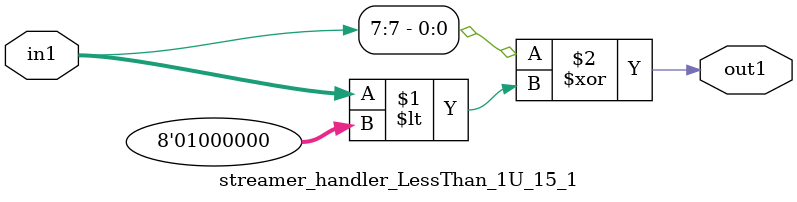
<source format=v>

`timescale 1ps / 1ps


module streamer_handler_LessThan_1U_15_1( in1, out1 );

    input [7:0] in1;
    output out1;

    
    // rtl_process:streamer_handler_LessThan_1U_15_1/streamer_handler_LessThan_1U_15_1_thread_1
    assign out1 = (in1[7] ^ in1 < 8'd064);

endmodule


</source>
